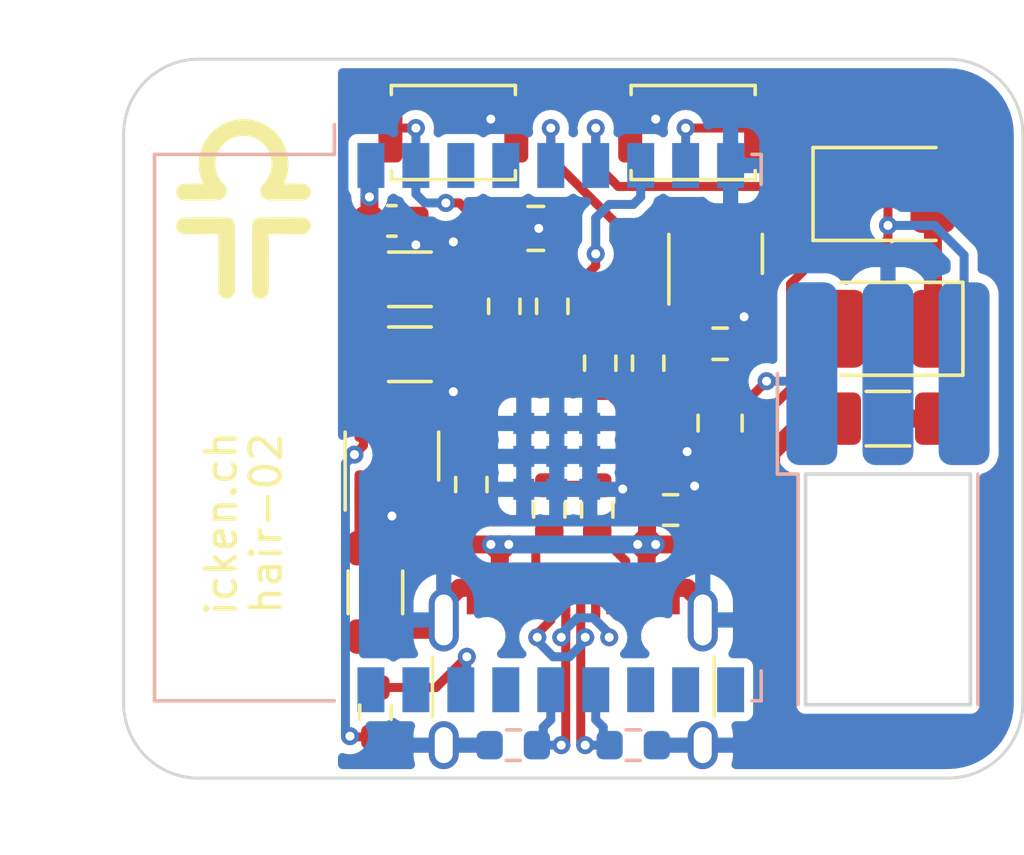
<source format=kicad_pcb>
(kicad_pcb (version 20211014) (generator pcbnew)
  (layers (0 "F.Cu" signal) (31 "B.Cu" signal) (34 "B.Paste" user) (35 "F.Paste" user) (36 "B.SilkS" user "B.Silkscreen") (37 "F.SilkS" user "F.Silkscreen") (38 "B.Mask" user) (39 "F.Mask" user) (44 "Edge.Cuts" user))
  (net 0 "")
  (net 1 "+3V3")
  (net 2 "GND")
  (net 3 "/~{RESET}")
  (net 4 "VBUS")
  (net 5 "Net-(C6-Pad1)")
  (net 6 "Net-(D1-Pad1)")
  (net 7 "Net-(D1-Pad2)")
  (net 8 "/D-")
  (net 9 "/D+")
  (net 10 "Net-(J1-PadA5)")
  (net 12 "Net-(J1-PadB5)")
  (net 14 "/IR_OUT")
  (net 15 "Net-(D2-Pad1)")
  (net 16 "Net-(R2-Pad2)")
  (net 17 "Net-(R3-Pad2)")
  (net 18 "Net-(R4-Pad2)")
  (net 19 "/IR_IN")
  (net 20 "/BOOT")
  (footprint "Capacitor_SMD:C_1206_3216Metric" (layer "F.Cu") (at 143.05 100.35)
    (fp_text reference "C1" hide)
    (fp_text value "10uF" hide)
    (pad "1" smd roundrect locked (at -1.475 0) (size 1.15 1.8) (layers "F.Cu" "F.Paste" "F.Mask") (roundrect_rratio 0.2173913043) (net 1 "+3V3"))
    (pad "2" smd roundrect locked (at 1.475 0) (size 1.15 1.8) (layers "F.Cu" "F.Paste" "F.Mask") (roundrect_rratio 0.2173913043) (net 2 "GND"))
  )
  (footprint "Resistor_SMD:R_0603_1608Metric" (layer "F.Cu") (at 153.4 102.5)
    (fp_text reference "R9" hide)
    (fp_text value "10k" hide)
    (pad "1" smd roundrect locked (at -0.825 0) (size 0.8 0.95) (layers "F.Cu" "F.Paste" "F.Mask") (net 14 "/IR_OUT"))
    (pad "2" smd roundrect locked (at 0.825 0) (size 0.8 0.95) (layers "F.Cu" "F.Paste" "F.Mask") (net 2 "GND"))
  )
  (footprint "Resistor_SMD:R_0603_1608Metric" (layer "F.Cu") (at 146.2 101.25 90)
    (fp_text reference "R1" hide)
    (fp_text value "10k" hide)
    (pad "1" smd roundrect locked (at -0.825 0 90) (size 0.8 0.95) (layers "F.Cu" "F.Paste" "F.Mask") (net 1 "+3V3"))
    (pad "2" smd roundrect locked (at 0.825 0 90) (size 0.8 0.95) (layers "F.Cu" "F.Paste" "F.Mask") (net 3 "/~{RESET}"))
  )
  (footprint "Capacitor_SMD:C_1206_3216Metric" (layer "F.Cu") (at 143.05 102.85)
    (fp_text reference "C5" hide)
    (fp_text value "10uF" hide)
    (pad "1" smd roundrect locked (at -1.475 0) (size 1.15 1.8) (layers "F.Cu" "F.Paste" "F.Mask") (roundrect_rratio 0.2173913043) (net 1 "+3V3"))
    (pad "2" smd roundrect locked (at 1.475 0) (size 1.15 1.8) (layers "F.Cu" "F.Paste" "F.Mask") (roundrect_rratio 0.2173913043) (net 2 "GND"))
  )
  (footprint "Resistor_SMD:R_0603_1608Metric" (layer "F.Cu") (at 149.4 103.15 -90)
    (fp_text reference "R8" hide)
    (fp_text value "5.1k" hide)
    (pad "1" smd roundrect locked (at -0.825 0 270) (size 0.8 0.95) (layers "F.Cu" "F.Paste" "F.Mask") (net 1 "+3V3"))
    (pad "2" smd roundrect locked (at 0.825 0 270) (size 0.8 0.95) (layers "F.Cu" "F.Paste" "F.Mask") (net 19 "/IR_IN"))
  )
  (footprint "Capacitor_SMD:C_0603_1608Metric" (layer "F.Cu") (at 142.45 98.4)
    (fp_text reference "C2" hide)
    (fp_text value "100nF" hide)
    (pad "1" smd roundrect locked (at -0.775 0) (size 0.9 0.95) (layers "F.Cu" "F.Paste" "F.Mask") (net 1 "+3V3"))
    (pad "2" smd roundrect locked (at 0.775 0) (size 0.9 0.95) (layers "F.Cu" "F.Paste" "F.Mask") (net 2 "GND"))
  )
  (footprint "Resistor_SMD:R_0603_1608Metric" (layer "F.Cu") (at 147.8 101.25 90)
    (fp_text reference "R3" hide)
    (fp_text value "10k" hide)
    (pad "1" smd roundrect locked (at -0.825 0 90) (size 0.8 0.95) (layers "F.Cu" "F.Paste" "F.Mask") (net 1 "+3V3"))
    (pad "2" smd roundrect locked (at 0.825 0 90) (size 0.8 0.95) (layers "F.Cu" "F.Paste" "F.Mask") (net 17 "Net-(R3-Pad2)"))
  )
  (footprint "Resistor_SMD:R_0603_1608Metric" (layer "F.Cu") (at 147.7 108.05 90)
    (fp_text reference "R6" hide)
    (fp_text value "5.1k" hide)
    (pad "1" smd roundrect locked (at -0.825 0 90) (size 0.8 0.95) (layers "F.Cu" "F.Paste" "F.Mask") (net 10 "Net-(J1-PadA5)"))
    (pad "2" smd roundrect locked (at 0.825 0 90) (size 0.8 0.95) (layers "F.Cu" "F.Paste" "F.Mask") (net 2 "GND"))
  )
  (footprint "Package_TO_SOT_SMD:SOT-23" (layer "F.Cu") (at 153.25 99.5 90)
    (fp_text reference "Q1" hide)
    (fp_text value "2N7002" hide)
    (pad "1" smd roundrect locked (at -0.9375 -0.95 90) (size 1.475 0.6) (layers "F.Cu" "F.Paste" "F.Mask") (net 14 "/IR_OUT"))
    (pad "2" smd roundrect locked (at -0.9375 0.95 90) (size 1.475 0.6) (layers "F.Cu" "F.Paste" "F.Mask") (net 2 "GND"))
    (pad "3" smd roundrect locked (at 0.9375 0 90) (size 1.475 0.6) (layers "F.Cu" "F.Paste" "F.Mask") (net 15 "Net-(D2-Pad1)"))
  )
  (footprint "Button_Switch_SMD:SW_Push_SPST_NO_Alps_SKRK" (layer "F.Cu") (at 152.5 95.45)
    (fp_text reference "RST_SW2" hide)
    (fp_text value "SKRK" hide)
    (pad "1" smd roundrect locked (at -2.1 0) (size 0.8 2) (layers "F.Cu" "F.Paste" "F.Mask") (net 2 "GND"))
    (pad "2" smd roundrect locked (at 2.1 0) (size 0.8 2) (layers "F.Cu" "F.Paste" "F.Mask") (net 20 "/BOOT"))
  )
  (footprint "Package_TO_SOT_SMD:SOT-23-5" (layer "F.Cu") (at 142.45 106.25 90)
    (fp_text reference "U2" hide)
    (fp_text value "AP2112K-3.3" hide)
    (pad "1" smd roundrect locked (at -1.1375 -0.95 90) (size 1.325 0.6) (layers "F.Cu" "F.Paste" "F.Mask") (net 4 "VBUS"))
    (pad "2" smd roundrect locked (at -1.1375 0 90) (size 1.325 0.6) (layers "F.Cu" "F.Paste" "F.Mask") (net 2 "GND"))
    (pad "3" smd roundrect locked (at -1.1375 0.95 90) (size 1.325 0.6) (layers "F.Cu" "F.Paste" "F.Mask") (net 18 "Net-(R4-Pad2)"))
    (pad "4" smd roundrect locked (at 1.1375 0.95 90) (size 1.325 0.6) (layers "F.Cu" "F.Paste" "F.Mask"))
    (pad "5" smd roundrect locked (at 1.1375 -0.95 90) (size 1.325 0.6) (layers "F.Cu" "F.Paste" "F.Mask") (net 1 "+3V3"))
  )
  (footprint "hair-02:LED_Everlight_IR67-21C" (layer "F.Cu") (at 159 97.5)
    (fp_text reference "D2" hide)
    (fp_text value "IR67-21C" hide)
    (pad "1" smd roundrect locked (at -1.5 0) (size 1.5 2.6) (layers "F.Cu" "F.Paste" "F.Mask") (net 15 "Net-(D2-Pad1)"))
    (pad "2" smd roundrect locked (at 1.5 0) (size 1.5 2.6) (layers "F.Cu" "F.Paste" "F.Mask") (net 6 "Net-(D1-Pad1)"))
  )
  (footprint "Capacitor_SMD:C_1206_3216Metric" (layer "F.Cu") (at 141.9 110.8 -90)
    (fp_text reference "C4" hide)
    (fp_text value "10uF" hide)
    (pad "1" smd roundrect locked (at -1.475 0 270) (size 1.15 1.8) (layers "F.Cu" "F.Paste" "F.Mask") (roundrect_rratio 0.2173913043) (net 4 "VBUS"))
    (pad "2" smd roundrect locked (at 1.475 0 270) (size 1.15 1.8) (layers "F.Cu" "F.Paste" "F.Mask") (roundrect_rratio 0.2173913043) (net 2 "GND"))
  )
  (footprint "Resistor_SMD:R_1206_3216Metric" (layer "F.Cu") (at 159 105)
    (fp_text reference "R10" hide)
    (fp_text value "33R" hide)
    (pad "1" smd roundrect locked (at -1.4625 0) (size 1.125 1.75) (layers "F.Cu" "F.Paste" "F.Mask") (roundrect_rratio 0.2222222222) (net 4 "VBUS"))
    (pad "2" smd roundrect locked (at 1.4625 0) (size 1.125 1.75) (layers "F.Cu" "F.Paste" "F.Mask") (roundrect_rratio 0.2222222222) (net 7 "Net-(D1-Pad2)"))
  )
  (footprint "hair-02:LED_Everlight_IR67-21C" (layer "F.Cu") (at 159 102 180)
    (fp_text reference "D1" hide)
    (fp_text value "IR67-21C" hide)
    (pad "1" smd roundrect locked (at -1.5 0 180) (size 1.5 2.6) (layers "F.Cu" "F.Paste" "F.Mask") (net 6 "Net-(D1-Pad1)"))
    (pad "2" smd roundrect locked (at 1.5 0 180) (size 1.5 2.6) (layers "F.Cu" "F.Paste" "F.Mask") (net 7 "Net-(D1-Pad2)"))
  )
  (footprint "Capacitor_SMD:C_0805_2012Metric" (layer "F.Cu") (at 147.25 98.65)
    (fp_text reference "C3" hide)
    (fp_text value "1uF" hide)
    (pad "1" smd roundrect locked (at -0.95 0) (size 1 1.45) (layers "F.Cu" "F.Paste" "F.Mask") (net 3 "/~{RESET}"))
    (pad "2" smd roundrect locked (at 0.95 0) (size 1 1.45) (layers "F.Cu" "F.Paste" "F.Mask") (net 2 "GND"))
  )
  (footprint "Resistor_SMD:R_0603_1608Metric" (layer "F.Cu") (at 151 103.15 90)
    (fp_text reference "R7" hide)
    (fp_text value "100R" hide)
    (pad "1" smd roundrect locked (at -0.825 0 90) (size 0.8 0.95) (layers "F.Cu" "F.Paste" "F.Mask") (net 5 "Net-(C6-Pad1)"))
    (pad "2" smd roundrect locked (at 0.825 0 90) (size 0.8 0.95) (layers "F.Cu" "F.Paste" "F.Mask") (net 1 "+3V3"))
  )
  (footprint "Diode_SMD:D_0603_1608Metric" (layer "F.Cu") (at 151.75 108.05)
    (fp_text reference "D3" hide)
    (fp_text value "0603ESDA-05N" hide)
    (pad "1" smd roundrect locked (at -0.7875 0) (size 0.875 0.95) (layers "F.Cu" "F.Paste" "F.Mask") (net 4 "VBUS"))
    (pad "2" smd roundrect locked (at 0.7875 0) (size 0.875 0.95) (layers "F.Cu" "F.Paste" "F.Mask") (net 2 "GND"))
  )
  (footprint "Resistor_SMD:R_0603_1608Metric" (layer "F.Cu") (at 149.3 108.05 90)
    (fp_text reference "R5" hide)
    (fp_text value "5.1k" hide)
    (pad "1" smd roundrect locked (at -0.825 0 90) (size 0.8 0.95) (layers "F.Cu" "F.Paste" "F.Mask") (net 12 "Net-(J1-PadB5)"))
    (pad "2" smd roundrect locked (at 0.825 0 90) (size 0.8 0.95) (layers "F.Cu" "F.Paste" "F.Mask") (net 2 "GND"))
  )
  (footprint "Connector_USB:USB_C_Receptacle_HRO_TYPE-C-31-M-12" (layer "F.Cu") (at 148.5 114.85)
    (fp_text reference "J1" hide)
    (fp_text value "TYPE-C-31-M-12" hide)
    (pad "" np_thru_hole circle locked (at -2.89 -2.6) (size 0.65 0.65) (drill 0.65) (layers *.Cu *.Mask))
    (pad "" np_thru_hole circle locked (at 2.89 -2.6) (size 0.65 0.65) (drill 0.65) (layers *.Cu *.Mask))
    (pad "A1" smd rect locked (at -3.25 -4.045) (size 0.6 1.45) (layers "F.Cu" "F.Paste" "F.Mask") (net 2 "GND"))
    (pad "A4" smd rect locked (at -2.45 -4.045) (size 0.6 1.45) (layers "F.Cu" "F.Paste" "F.Mask") (net 4 "VBUS"))
    (pad "A5" smd rect locked (at -1.25 -4.045) (size 0.3 1.45) (layers "F.Cu" "F.Paste" "F.Mask") (net 10 "Net-(J1-PadA5)"))
    (pad "A6" smd rect locked (at -0.25 -4.045) (size 0.3 1.45) (layers "F.Cu" "F.Paste" "F.Mask") (net 9 "/D+"))
    (pad "A7" smd rect locked (at 0.25 -4.045) (size 0.3 1.45) (layers "F.Cu" "F.Paste" "F.Mask") (net 8 "/D-"))
    (pad "A8" smd rect locked (at 1.25 -4.045) (size 0.3 1.45) (layers "F.Cu" "F.Paste" "F.Mask"))
    (pad "A9" smd rect locked (at 2.45 -4.045) (size 0.6 1.45) (layers "F.Cu" "F.Paste" "F.Mask") (net 4 "VBUS"))
    (pad "A12" smd rect locked (at 3.25 -4.045) (size 0.6 1.45) (layers "F.Cu" "F.Paste" "F.Mask") (net 2 "GND"))
    (pad "B1" smd rect locked (at 3.25 -4.045) (size 0.6 1.45) (layers "F.Cu" "F.Paste" "F.Mask") (net 2 "GND"))
    (pad "B4" smd rect locked (at 2.45 -4.045) (size 0.6 1.45) (layers "F.Cu" "F.Paste" "F.Mask") (net 4 "VBUS"))
    (pad "B5" smd rect locked (at 1.75 -4.045) (size 0.3 1.45) (layers "F.Cu" "F.Paste" "F.Mask") (net 12 "Net-(J1-PadB5)"))
    (pad "B6" smd rect locked (at 0.75 -4.045) (size 0.3 1.45) (layers "F.Cu" "F.Paste" "F.Mask") (net 9 "/D+"))
    (pad "B7" smd rect locked (at -0.75 -4.045) (size 0.3 1.45) (layers "F.Cu" "F.Paste" "F.Mask") (net 8 "/D-"))
    (pad "B8" smd rect locked (at -1.75 -4.045) (size 0.3 1.45) (layers "F.Cu" "F.Paste" "F.Mask"))
    (pad "B9" smd rect locked (at -2.45 -4.045) (size 0.6 1.45) (layers "F.Cu" "F.Paste" "F.Mask") (net 4 "VBUS"))
    (pad "B12" smd rect locked (at -3.25 -4.045) (size 0.6 1.45) (layers "F.Cu" "F.Paste" "F.Mask") (net 2 "GND"))
    (pad "S1" thru_hole oval locked (at -4.32 -3.13) (size 1 2.1) (drill oval 0.6 1.7) (layers *.Cu *.Mask) (net 2 "GND"))
    (pad "S1" thru_hole oval locked (at -4.32 1.05) (size 1 1.6) (drill oval 0.6 1.2) (layers *.Cu *.Mask) (net 2 "GND"))
    (pad "S1" thru_hole oval locked (at 4.32 -3.13) (size 1 2.1) (drill oval 0.6 1.7) (layers *.Cu *.Mask) (net 2 "GND"))
    (pad "S1" thru_hole oval locked (at 4.32 1.05) (size 1 1.6) (drill oval 0.6 1.2) (layers *.Cu *.Mask) (net 2 "GND"))
  )
  (footprint "hair:Logo_6mm" (layer "F.Cu") (at 137.5 98)
    (fp_text reference "G***" hide)
    (fp_text value "LOGO" hide)
  )
  (footprint "Capacitor_SMD:C_0805_2012Metric" (layer "F.Cu") (at 153.4 105.15 -90)
    (fp_text reference "C6" hide)
    (fp_text value "1uF" hide)
    (pad "1" smd roundrect locked (at -0.95 0 270) (size 1 1.45) (layers "F.Cu" "F.Paste" "F.Mask") (net 5 "Net-(C6-Pad1)"))
    (pad "2" smd roundrect locked (at 0.95 0 270) (size 1 1.45) (layers "F.Cu" "F.Paste" "F.Mask") (net 2 "GND"))
  )
  (footprint "Resistor_SMD:R_0603_1608Metric" (layer "F.Cu") (at 141.9 114.8 90)
    (fp_text reference "R2" hide)
    (fp_text value "10k" hide)
    (pad "1" smd roundrect locked (at -0.825 0 90) (size 0.8 0.95) (layers "F.Cu" "F.Paste" "F.Mask") (net 1 "+3V3"))
    (pad "2" smd roundrect locked (at 0.825 0 90) (size 0.8 0.95) (layers "F.Cu" "F.Paste" "F.Mask") (net 16 "Net-(R2-Pad2)"))
  )
  (footprint "Button_Switch_SMD:SW_Push_SPST_NO_Alps_SKRK" (layer "F.Cu") (at 144.5 95.45 180)
    (fp_text reference "RST_SW1" hide)
    (fp_text value "SKRK" hide)
    (pad "1" smd roundrect locked (at -2.1 0 180) (size 0.8 2) (layers "F.Cu" "F.Paste" "F.Mask") (net 2 "GND"))
    (pad "2" smd roundrect locked (at 2.1 0 180) (size 0.8 2) (layers "F.Cu" "F.Paste" "F.Mask") (net 3 "/~{RESET}"))
  )
  (footprint "Resistor_SMD:R_0603_1608Metric" (layer "F.Cu") (at 145.1 107.2 90)
    (fp_text reference "R4" hide)
    (fp_text value "10k" hide)
    (pad "1" smd roundrect locked (at -0.825 0 90) (size 0.8 0.95) (layers "F.Cu" "F.Paste" "F.Mask") (net 4 "VBUS"))
    (pad "2" smd roundrect locked (at 0.825 0 90) (size 0.8 0.95) (layers "F.Cu" "F.Paste" "F.Mask") (net 18 "Net-(R4-Pad2)"))
  )
  (footprint "Diode_SMD:D_0603_1608Metric" (layer "B.Cu") (at 150.5 115.9)
    (fp_text reference "D4" hide)
    (fp_text value "0603ESDA-05N" hide)
    (pad "1" smd roundrect locked (at -0.7875 0) (size 0.875 0.95) (layers "B.Cu" "B.Paste" "B.Mask") (net 8 "/D-"))
    (pad "2" smd roundrect locked (at 0.7875 0) (size 0.875 0.95) (layers "B.Cu" "B.Paste" "B.Mask") (net 2 "GND"))
  )
  (footprint "hair-02:ESP32-C3-WROOM-02" (layer "B.Cu") (at 147.65 105.3 -90)
    (fp_text reference "U1" hide)
    (fp_text value "ESP32-C3-WROOM-02" hide)
    (pad "1" smd rect locked (at -8.75 5.9 270) (size 1.5 0.9) (layers "B.Cu" "B.Paste" "B.Mask") (net 1 "+3V3"))
    (pad "2" smd rect locked (at -8.75 4.4 270) (size 1.5 0.9) (layers "B.Cu" "B.Paste" "B.Mask") (net 3 "/~{RESET}"))
    (pad "3" smd rect locked (at -8.75 2.9 270) (size 1.5 0.9) (layers "B.Cu" "B.Paste" "B.Mask"))
    (pad "4" smd rect locked (at -8.75 1.4 270) (size 1.5 0.9) (layers "B.Cu" "B.Paste" "B.Mask"))
    (pad "5" smd rect locked (at -8.75 -0.1 270) (size 1.5 0.9) (layers "B.Cu" "B.Paste" "B.Mask") (net 14 "/IR_OUT"))
    (pad "6" smd rect locked (at -8.75 -1.6 270) (size 1.5 0.9) (layers "B.Cu" "B.Paste" "B.Mask") (net 19 "/IR_IN"))
    (pad "7" smd rect locked (at -8.75 -3.1 270) (size 1.5 0.9) (layers "B.Cu" "B.Paste" "B.Mask") (net 17 "Net-(R3-Pad2)"))
    (pad "8" smd rect locked (at -8.75 -4.6 270) (size 1.5 0.9) (layers "B.Cu" "B.Paste" "B.Mask") (net 20 "/BOOT"))
    (pad "9" smd rect locked (at -8.75 -6.1 270) (size 1.5 0.9) (layers "B.Cu" "B.Paste" "B.Mask") (net 2 "GND"))
    (pad "10" smd rect locked (at 8.75 -6.1 270) (size 1.5 0.9) (layers "B.Cu" "B.Paste" "B.Mask"))
    (pad "11" smd rect locked (at 8.75 -4.6 270) (size 1.5 0.9) (layers "B.Cu" "B.Paste" "B.Mask"))
    (pad "12" smd rect locked (at 8.75 -3.1 270) (size 1.5 0.9) (layers "B.Cu" "B.Paste" "B.Mask"))
    (pad "13" smd rect locked (at 8.75 -1.6 270) (size 1.5 0.9) (layers "B.Cu" "B.Paste" "B.Mask") (net 8 "/D-"))
    (pad "14" smd rect locked (at 8.75 -0.1 270) (size 1.5 0.9) (layers "B.Cu" "B.Paste" "B.Mask") (net 9 "/D+"))
    (pad "15" smd rect locked (at 8.75 1.4 270) (size 1.5 0.9) (layers "B.Cu" "B.Paste" "B.Mask"))
    (pad "16" smd rect locked (at 8.75 2.9 270) (size 1.5 0.9) (layers "B.Cu" "B.Paste" "B.Mask") (net 16 "Net-(R2-Pad2)"))
    (pad "17" smd rect locked (at 8.75 4.4 270) (size 1.5 0.9) (layers "B.Cu" "B.Paste" "B.Mask"))
    (pad "18" smd rect locked (at 8.75 5.9 270) (size 1.5 0.9) (layers "B.Cu" "B.Paste" "B.Mask"))
    (pad "19" smd rect locked (at -0.14 -0.3 270) (size 0.7 0.7) (layers "B.Cu" "B.Paste" "B.Mask") (net 2 "GND"))
    (pad "19" smd rect locked (at 2.06 0.8 270) (size 0.7 0.7) (layers "B.Cu" "B.Paste" "B.Mask") (net 2 "GND"))
    (pad "19" smd rect locked (at 2.06 -1.4 270) (size 0.7 0.7) (layers "B.Cu" "B.Paste" "B.Mask") (net 2 "GND"))
    (pad "19" smd rect locked (at -0.14 0.8 270) (size 0.7 0.7) (layers "B.Cu" "B.Paste" "B.Mask") (net 2 "GND"))
    (pad "19" smd rect locked (at 0.96 -1.4 270) (size 0.7 0.7) (layers "B.Cu" "B.Paste" "B.Mask") (net 2 "GND"))
    (pad "19" smd rect locked (at 0.96 0.8 270) (size 0.7 0.7) (layers "B.Cu" "B.Paste" "B.Mask") (net 2 "GND"))
    (pad "19" smd rect locked (at 0.96 -0.3 270) (size 0.7 0.7) (layers "B.Cu" "B.Paste" "B.Mask") (net 2 "GND"))
    (pad "19" smd rect locked (at -0.14 -1.4 270) (size 0.7 0.7) (layers "B.Cu" "B.Paste" "B.Mask") (net 2 "GND"))
    (pad "19" smd rect locked (at 2.06 -0.3 270) (size 0.7 0.7) (layers "B.Cu" "B.Paste" "B.Mask") (net 2 "GND"))
    (zone (net 0) (net_name "") (layers *.Cu *.Paste "B.Fab") (name "Antenna") (connect_pads (clearance 0)) (min_thickness 0.254)
      (keepout (tracks not_allowed) (vias not_allowed) (pads not_allowed) (copperpour not_allowed) (footprints allowed))
      (fill (thermal_gap 0.508) (thermal_bridge_width 0.508))
      (polygon (pts (xy 140.65 119.3) (xy 140.65 91.3) (xy 129.65 91.3) (xy 129.65 119.3)))
    )
  )
  (footprint "Diode_SMD:D_0603_1608Metric" (layer "B.Cu") (at 146.5 115.9 180)
    (fp_text reference "D5" hide)
    (fp_text value "0603ESDA-05N" hide)
    (pad "1" smd roundrect locked (at -0.7875 0 180) (size 0.875 0.95) (layers "B.Cu" "B.Paste" "B.Mask") (net 9 "/D+"))
    (pad "2" smd roundrect locked (at 0.7875 0 180) (size 0.875 0.95) (layers "B.Cu" "B.Paste" "B.Mask") (net 2 "GND"))
  )
  (footprint "hair-02:Vishay_MINICAST-3Pin-SMD_ReverseMount" (layer "B.Cu") (at 159 110.825)
    (fp_text reference "U3" hide)
    (fp_text value "TSMP58000" hide)
    (fp_line (start -2.75 3.725) (end 2.75 3.725) (layer "Edge.Cuts") (width 0.12))
    (fp_line (start -2.75 -3.975) (end -2.75 3.725) (layer "Edge.Cuts") (width 0.12))
    (fp_line (start 2.75 3.725) (end 2.75 -3.975) (layer "Edge.Cuts") (width 0.12))
    (fp_line (start -2.75 -3.975) (end 2.75 -3.975) (layer "Edge.Cuts") (width 0.12))
    (pad "1" smd roundrect locked (at 2.54 -7.325) (size 1.7 6.1) (layers "B.Cu" "B.Mask") (net 19 "/IR_IN"))
    (pad "2" smd roundrect locked (at 0 -7.325) (size 1.7 6.1) (layers "B.Cu" "B.Mask") (net 2 "GND"))
    (pad "3" smd roundrect locked (at -2.54 -7.325) (size 1.7 6.1) (layers "B.Cu" "B.Mask") (net 5 "Net-(C6-Pad1)"))
  )
  (gr_line locked (start 163.5 95.5) (end 163.5 114.5) (layer "Edge.Cuts") (width 0.1))
  (gr_arc locked (start 163.5 114.5) (mid 162.767767 116.267767) (end 161 117) (layer "Edge.Cuts") (width 0.1))
  (gr_arc locked (start 136 117) (mid 134.232233 116.267767) (end 133.5 114.5) (layer "Edge.Cuts") (width 0.1))
  (gr_arc locked (start 161 93) (mid 162.767767 93.732233) (end 163.5 95.5) (layer "Edge.Cuts") (width 0.1))
  (gr_line locked (start 161 117) (end 136 117) (layer "Edge.Cuts") (width 0.1))
  (gr_arc locked (start 133.5 95.5) (mid 134.232233 93.732233) (end 136 93) (layer "Edge.Cuts") (width 0.1))
  (gr_line locked (start 136 93) (end 161 93) (layer "Edge.Cuts") (width 0.1))
  (gr_line locked (start 133.5 114.5) (end 133.5 95.5) (layer "Edge.Cuts") (width 0.1))
  (gr_text "hair-02" (at 138.25 108.5 90) (layer "F.SilkS") (effects (font (size 1 1))))
  (gr_text "icken.ch" (at 136.75 108.5 90) (layer "F.SilkS") (effects (font (size 1 1))))
  (segment locked (start 148.475 102.075) (end 148.725 102.325) (width 0.3) (layer "F.Cu") (net 1))
  (segment locked (start 141.075 115.625) (end 141.05 115.6) (width 0.3) (layer "F.Cu") (net 1))
  (segment locked (start 142.5 102.85) (end 141.575 102.85) (width 0.3) (layer "F.Cu") (net 1))
  (segment locked (start 141.5 102.925) (end 141.575 102.85) (width 0.6) (layer "F.Cu") (net 1))
  (segment locked (start 141.9 115.625) (end 141.075 115.625) (width 0.3) (layer "F.Cu") (net 1))
  (segment locked (start 141.7 97.6) (end 141.7 98.375) (width 0.6) (layer "F.Cu") (net 1))
  (segment locked (start 145.65 101.6) (end 143.75 101.6) (width 0.3) (layer "F.Cu") (net 1))
  (segment locked (start 146.2 102.075) (end 147.8 102.075) (width 0.3) (layer "F.Cu") (net 1))
  (segment locked (start 148.725 102.325) (end 149.4 102.325) (width 0.3) (layer "F.Cu") (net 1))
  (segment locked (start 141.7 98.375) (end 141.675 98.4) (width 0.6) (layer "F.Cu") (net 1))
  (segment locked (start 146.2 102.075) (end 146.125 102.075) (width 0.3) (layer "F.Cu") (net 1))
  (segment locked (start 146.125 102.075) (end 145.65 101.6) (width 0.3) (layer "F.Cu") (net 1))
  (segment locked (start 147.8 102.075) (end 148.475 102.075) (width 0.3) (layer "F.Cu") (net 1))
  (segment locked (start 149.4 102.325) (end 151 102.325) (width 0.3) (layer "F.Cu") (net 1))
  (segment locked (start 141.5 105.1125) (end 141.5 102.925) (width 0.6) (layer "F.Cu") (net 1))
  (segment locked (start 143.75 101.6) (end 142.5 102.85) (width 0.3) (layer "F.Cu") (net 1))
  (segment locked (start 141.575 100.35) (end 141.575 102.85) (width 0.6) (layer "F.Cu") (net 1))
  (segment locked (start 141.5 105.9) (end 141.5 105.1125) (width 0.3) (layer "F.Cu") (net 1))
  (segment locked (start 141.675 100.25) (end 141.575 100.35) (width 0.6) (layer "F.Cu") (net 1))
  (segment locked (start 141.2 106.2) (end 141.5 105.9) (width 0.3) (layer "F.Cu") (net 1))
  (segment locked (start 141.675 98.4) (end 141.675 100.25) (width 0.6) (layer "F.Cu") (net 1))
  (via locked (at 141.7 97.6) (size 0.6) (drill 0.3) (layers "F.Cu" "B.Cu") (net 1))
  (via locked (at 141.05 115.6) (size 0.6) (drill 0.3) (layers "F.Cu" "B.Cu") (net 1))
  (via locked (at 141.2 106.2) (size 0.6) (drill 0.3) (layers "F.Cu" "B.Cu") (net 1))
  (segment locked (start 141.7 97.6) (end 141.7 96.6) (width 0.6) (layer "B.Cu") (net 1))
  (segment locked (start 140.9 106.5) (end 141.2 106.2) (width 0.3) (layer "B.Cu") (net 1))
  (segment locked (start 140.9 115.6) (end 140.9 106.5) (width 0.3) (layer "B.Cu") (net 1))
  (segment locked (start 141.05 115.6) (end 140.9 115.6) (width 0.3) (layer "B.Cu") (net 1))
  (segment locked (start 141.7 96.6) (end 141.75 96.55) (width 0.6) (layer "B.Cu") (net 1))
  (segment locked (start 147.35 98.65) (end 148.2 98.65) (width 0.3) (layer "F.Cu") (net 2))
  (segment locked (start 144.7 110.65) (end 145.095 110.65) (width 0.6) (layer "F.Cu") (net 2))
  (segment locked (start 152.55 107.25) (end 152.55 108.0375) (width 0.6) (layer "F.Cu") (net 2))
  (segment locked (start 152.55 108.0375) (end 152.5375 108.05) (width 0.6) (layer "F.Cu") (net 2))
  (segment locked (start 154.2 100.4375) (end 154.2 101.6) (width 0.6) (layer "F.Cu") (net 2))
  (segment locked (start 152.82 111.17) (end 152.3 110.65) (width 0.6) (layer "F.Cu") (net 2))
  (segment locked (start 141.9 112.275) (end 142.225 112.275) (width 0.6) (layer "F.Cu") (net 2))
  (segment locked (start 152.3 110.65) (end 151.905 110.65) (width 0.6) (layer "F.Cu") (net 2))
  (segment locked (start 145.095 110.65) (end 145.25 110.805) (width 0.6) (layer "F.Cu") (net 2))
  (segment locked (start 144.18 111.17) (end 144.7 110.65) (width 0.6) (layer "F.Cu") (net 2))
  (segment locked (start 150.65 95) (end 151.25 95) (width 0.3) (layer "F.Cu") (net 2))
  (segment locked (start 147.7 107.225) (end 149.3 107.225) (width 0.3) (layer "F.Cu") (net 2))
  (segment locked (start 151.905 110.65) (end 151.75 110.805) (width 0.6) (layer "F.Cu") (net 2))
  (segment locked (start 144.5 102.875) (end 144.525 102.85) (width 0.6) (layer "F.Cu") (net 2))
  (segment locked (start 143.25 99.2) (end 143.25 98.425) (width 0.6) (layer "F.Cu") (net 2))
  (segment locked (start 143.85 112.05) (end 144.18 111.72) (width 0.6) (layer "F.Cu") (net 2))
  (segment locked (start 150.4 95.45) (end 150.4 95.25) (width 0.3) (layer "F.Cu") (net 2))
  (segment locked (start 142.45 112.05) (end 143.85 112.05) (width 0.6) (layer "F.Cu") (net 2))
  (segment locked (start 150.15 107.35) (end 149.425 107.35) (width 0.3) (layer "F.Cu") (net 2))
  (segment locked (start 142.225 112.275) (end 142.45 112.05) (width 0.6) (layer "F.Cu") (net 2))
  (segment locked (start 149.425 107.35) (end 149.3 107.225) (width 0.3) (layer "F.Cu") (net 2))
  (segment locked (start 152.3 106.1) (end 153.4 106.1) (width 0.3) (layer "F.Cu") (net 2))
  (segment locked (start 154.225 101.625) (end 154.2 101.6) (width 0.3) (layer "F.Cu") (net 2))
  (segment locked (start 144.5 104.1) (end 144.5 102.875) (width 0.6) (layer "F.Cu") (net 2))
  (segment locked (start 144.5 100.325) (end 144.525 100.35) (width 0.6) (layer "F.Cu") (net 2))
  (segment locked (start 150.4 95.25) (end 150.65 95) (width 0.3) (layer "F.Cu") (net 2))
  (segment locked (start 144.18 111.72) (end 144.18 111.17) (width 0.6) (layer "F.Cu") (net 2))
  (segment locked (start 152.82 111.72) (end 152.82 111.17) (width 0.6) (layer "F.Cu") (net 2))
  (segment locked (start 154.225 102.5) (end 154.225 101.625) (width 0.3) (layer "F.Cu") (net 2))
  (segment locked (start 143.25 98.425) (end 143.225 98.4) (width 0.6) (layer "F.Cu") (net 2))
  (segment locked (start 146.6 95.25) (end 146.35 95) (width 0.3) (layer "F.Cu") (net 2))
  (segment locked (start 146.6 95.45) (end 146.6 95.25) (width 0.3) (layer "F.Cu") (net 2))
  (segment locked (start 146.35 95) (end 145.75 95) (width 0.3) (layer "F.Cu") (net 2))
  (segment locked (start 142.45 108.25) (end 142.45 107.3875) (width 0.6) (layer "F.Cu") (net 2))
  (segment locked (start 144.5 99.1) (end 144.5 100.325) (width 0.6) (layer "F.Cu") (net 2))
  (via locked (at 151.25 95) (size 0.6) (drill 0.3) (layers "F.Cu" "B.Cu") (net 2))
  (via locked (at 154.2 101.6) (size 0.6) (drill 0.3) (layers "F.Cu" "B.Cu") (net 2))
  (via locked (at 144.5 99.1) (size 0.6) (drill 0.3) (layers "F.Cu" "B.Cu") (net 2))
  (via locked (at 147.35 98.65) (size 0.6) (drill 0.3) (layers "F.Cu" "B.Cu") (net 2))
  (via locked (at 152.55 107.25) (size 0.6) (drill 0.3) (layers "F.Cu" "B.Cu") (net 2))
  (via locked (at 143.25 99.2) (size 0.6) (drill 0.3) (layers "F.Cu" "B.Cu") (net 2))
  (via locked (at 152.3 106.1) (size 0.6) (drill 0.3) (layers "F.Cu" "B.Cu") (net 2))
  (via locked (at 145.75 95) (size 0.6) (drill 0.3) (layers "F.Cu" "B.Cu") (net 2))
  (via locked (at 144.5 104.1) (size 0.6) (drill 0.3) (layers "F.Cu" "B.Cu") (net 2))
  (via locked (at 150.15 107.35) (size 0.6) (drill 0.3) (layers "F.Cu" "B.Cu") (net 2))
  (via locked (at 142.45 108.25) (size 0.6) (drill 0.3) (layers "F.Cu" "B.Cu") (net 2))
  (segment locked (start 142.4 95.45) (end 142.55 95.3) (width 0.3) (layer "F.Cu") (net 3))
  (segment locked (start 145.55 98.65) (end 146.3 98.65) (width 0.3) (layer "F.Cu") (net 3))
  (segment locked (start 144.25 97.8) (end 144.7 97.8) (width 0.3) (layer "F.Cu") (net 3))
  (segment locked (start 142.55 95.3) (end 143.25 95.3) (width 0.3) (layer "F.Cu") (net 3))
  (segment locked (start 146.3 100.325) (end 146.2 100.425) (width 0.3) (layer "F.Cu") (net 3))
  (segment locked (start 146.3 98.65) (end 146.3 100.325) (width 0.3) (layer "F.Cu") (net 3))
  (segment locked (start 144.7 97.8) (end 145.55 98.65) (width 0.3) (layer "F.Cu") (net 3))
  (via locked (at 144.25 97.8) (size 0.6) (drill 0.3) (layers "F.Cu" "B.Cu") (net 3))
  (via locked (at 143.25 95.3) (size 0.6) (drill 0.3) (layers "F.Cu" "B.Cu") (net 3))
  (segment locked (start 143.25 96.55) (end 143.25 97.5) (width 0.3) (layer "B.Cu") (net 3))
  (segment locked (start 143.25 97.5) (end 143.55 97.8) (width 0.3) (layer "B.Cu") (net 3))
  (segment locked (start 143.55 97.8) (end 144.25 97.8) (width 0.3) (layer "B.Cu") (net 3))
  (segment locked (start 143.25 95.3) (end 143.25 96.55) (width 0.3) (layer "B.Cu") (net 3))
  (segment locked (start 151.25 109.2) (end 153.475708 109.2) (width 0.6) (layer "F.Cu") (net 4))
  (segment locked (start 146.05 109.5) (end 146.05 110.805) (width 0.6) (layer "F.Cu") (net 4))
  (segment locked (start 150.9625 108.9125) (end 151.25 109.2) (width 0.6) (layer "F.Cu") (net 4))
  (segment locked (start 150.65 109.2) (end 150.95 109.5) (width 0.6) (layer "F.Cu") (net 4))
  (segment locked (start 142.025 109.2) (end 141.9 109.325) (width 0.6) (layer "F.Cu") (net 4))
  (segment locked (start 151.25 109.2) (end 150.95 109.5) (width 0.6) (layer "F.Cu") (net 4))
  (segment locked (start 141.5 108.925) (end 141.9 109.325) (width 0.6) (layer "F.Cu") (net 4))
  (segment locked (start 145.75 109.2) (end 146.05 109.5) (width 0.6) (layer "F.Cu") (net 4))
  (segment locked (start 156.25 105) (end 157.5375 105) (width 0.6) (layer "F.Cu") (net 4))
  (segment locked (start 150.95 109.5) (end 150.95 110.805) (width 0.6) (layer "F.Cu") (net 4))
  (segment locked (start 155.1 107.575708) (end 155.1 106.15) (width 0.6) (layer "F.Cu") (net 4))
  (segment locked (start 150.9625 108.8875) (end 150.65 109.2) (width 0.6) (layer "F.Cu") (net 4))
  (segment locked (start 153.475708 109.2) (end 155.1 107.575708) (width 0.6) (layer "F.Cu") (net 4))
  (segment locked (start 146.35 109.2) (end 146.05 109.5) (width 0.6) (layer "F.Cu") (net 4))
  (segment locked (start 141.5 107.3875) (end 141.5 108.925) (width 0.6) (layer "F.Cu") (net 4))
  (segment locked (start 145.75 109.2) (end 146.35 109.2) (width 0.6) (layer "F.Cu") (net 4))
  (segment locked (start 145.1 108.025) (end 145.1 109.2) (width 0.3) (layer "F.Cu") (net 4))
  (segment locked (start 150.9625 108.05) (end 150.9625 108.9125) (width 0.6) (layer "F.Cu") (net 4))
  (segment locked (start 155.1 106.15) (end 156.25 105) (width 0.6) (layer "F.Cu") (net 4))
  (segment locked (start 145.75 109.2) (end 142.025 109.2) (width 0.6) (layer "F.Cu") (net 4))
  (segment locked (start 150.9625 108.05) (end 150.9625 108.8875) (width 0.6) (layer "F.Cu") (net 4))
  (segment locked (start 150.65 109.2) (end 151.25 109.2) (width 0.6) (layer "F.Cu") (net 4))
  (via locked (at 151.25 109.2) (size 0.6) (drill 0.3) (layers "F.Cu" "B.Cu") (net 4))
  (via locked (at 145.75 109.2) (size 0.6) (drill 0.3) (layers "F.Cu" "B.Cu") (net 4))
  (via locked (at 150.65 109.2) (size 0.6) (drill 0.3) (layers "F.Cu" "B.Cu") (net 4))
  (via locked (at 146.35 109.2) (size 0.6) (drill 0.3) (layers "F.Cu" "B.Cu") (net 4))
  (segment locked (start 145.75 109.2) (end 151.25 109.2) (width 0.6) (layer "B.Cu") (net 4))
  (segment locked (start 151.975 103.975) (end 151 103.975) (width 0.3) (layer "F.Cu") (net 5))
  (segment locked (start 153.4 104.2) (end 152.2 104.2) (width 0.3) (layer "F.Cu") (net 5))
  (segment locked (start 153.4 104.2) (end 154.5 104.2) (width 0.3) (layer "F.Cu") (net 5))
  (segment locked (start 152.2 104.2) (end 151.975 103.975) (width 0.3) (layer "F.Cu") (net 5))
  (segment locked (start 154.5 104.2) (end 154.95 103.75) (width 0.3) (layer "F.Cu") (net 5))
  (via locked (at 154.95 103.75) (size 0.6) (drill 0.3) (layers "F.Cu" "B.Cu") (net 5))
  (segment locked (start 154.95 103.75) (end 156.21 103.75) (width 0.3) (layer "B.Cu") (net 5))
  (segment locked (start 156.21 103.75) (end 156.46 103.5) (width 0.3) (layer "B.Cu") (net 5))
  (segment locked (start 160.5 97.5) (end 160.5 102) (width 0.6) (layer "F.Cu") (net 6))
  (segment locked (start 157.5 102) (end 158.75 102) (width 0.6) (layer "F.Cu") (net 7))
  (segment locked (start 159 102.25) (end 159 104.75) (width 0.6) (layer "F.Cu") (net 7))
  (segment locked (start 158.75 102) (end 159 102.25) (width 0.6) (layer "F.Cu") (net 7))
  (segment locked (start 159.25 105) (end 160.4625 105) (width 0.6) (layer "F.Cu") (net 7))
  (segment locked (start 159 104.75) (end 159.25 105) (width 0.6) (layer "F.Cu") (net 7))
  (segment locked (start 147.75 111.731452) (end 147.3 112.181452) (width 0.3) (layer "F.Cu") (net 8))
  (segment locked (start 148.9 115.9) (end 148.750009 115.9) (width 0.3) (layer "F.Cu") (net 8))
  (segment locked (start 147.3 112.181452) (end 147.3 112.3) (width 0.3) (layer "F.Cu") (net 8))
  (segment locked (start 148.75 115.899991) (end 148.75 110.805) (width 0.3) (layer "F.Cu") (net 8))
  (segment locked (start 148.750009 115.9) (end 148.75 115.899991) (width 0.3) (layer "F.Cu") (net 8))
  (segment locked (start 147.75 110.805) (end 147.75 111.731452) (width 0.3) (layer "F.Cu") (net 8))
  (via locked (at 147.3 112.3) (size 0.6) (drill 0.3) (layers "F.Cu" "B.Cu") (net 8))
  (via locked (at 148.9 115.9) (size 0.6) (drill 0.3) (layers "F.Cu" "B.Cu") (net 8))
  (via locked (at 148.9 112.3) (size 0.6) (drill 0.3) (layers "F.Cu" "B.Cu") (net 8))
  (segment locked (start 147.830963 112.949511) (end 148.369037 112.949511) (width 0.3) (layer "B.Cu") (net 8))
  (segment locked (start 148.9 112.418548) (end 148.9 112.3) (width 0.3) (layer "B.Cu") (net 8))
  (segment locked (start 149.25 115.05) (end 149.25 114.05) (width 0.3) (layer "B.Cu") (net 8))
  (segment locked (start 147.3 112.418548) (end 147.830963 112.949511) (width 0.3) (layer "B.Cu") (net 8))
  (segment locked (start 149.5 115.6) (end 149.5 115.3) (width 0.3) (layer "B.Cu") (net 8))
  (segment locked (start 148.369037 112.949511) (end 148.9 112.418548) (width 0.3) (layer "B.Cu") (net 8))
  (segment locked (start 147.3 112.3) (end 147.3 112.418548) (width 0.3) (layer "B.Cu") (net 8))
  (segment locked (start 149.7125 115.9) (end 149.7125 115.8125) (width 0.3) (layer "B.Cu") (net 8))
  (segment locked (start 149.7125 115.8125) (end 149.5 115.6) (width 0.3) (layer "B.Cu") (net 8))
  (segment locked (start 148.9 115.9) (end 149.7125 115.9) (width 0.3) (layer "B.Cu") (net 8))
  (segment locked (start 149.5 115.3) (end 149.25 115.05) (width 0.3) (layer "B.Cu") (net 8))
  (segment locked (start 148.25 115.899511) (end 148.25 110.805) (width 0.3) (layer "F.Cu") (net 9))
  (segment locked (start 149.25 110.805) (end 149.25 111.731452) (width 0.3) (layer "F.Cu") (net 9))
  (segment locked (start 148.250489 115.9) (end 148.25 115.899511) (width 0.3) (layer "F.Cu") (net 9))
  (segment locked (start 149.7 112.181452) (end 149.7 112.3) (width 0.3) (layer "F.Cu") (net 9))
  (segment locked (start 148.1 115.9) (end 148.250489 115.9) (width 0.3) (layer "F.Cu") (net 9))
  (segment locked (start 149.25 111.731452) (end 149.7 112.181452) (width 0.3) (layer "F.Cu") (net 9))
  (via locked (at 149.7 112.3) (size 0.6) (drill 0.3) (layers "F.Cu" "B.Cu") (net 9))
  (via locked (at 148.1 112.3) (size 0.6) (drill 0.3) (layers "F.Cu" "B.Cu") (net 9))
  (via locked (at 148.1 115.9) (size 0.6) (drill 0.3) (layers "F.Cu" "B.Cu") (net 9))
  (segment locked (start 148.1 112.181452) (end 148.630963 111.650489) (width 0.3) (layer "B.Cu") (net 9))
  (segment locked (start 147.2875 115.9) (end 147.2875 115.8125) (width 0.3) (layer "B.Cu") (net 9))
  (segment locked (start 149.169037 111.650489) (end 149.7 112.181452) (width 0.3) (layer "B.Cu") (net 9))
  (segment locked (start 149.7 112.181452) (end 149.7 112.3) (width 0.3) (layer "B.Cu") (net 9))
  (segment locked (start 148.1 112.3) (end 148.1 112.181452) (width 0.3) (layer "B.Cu") (net 9))
  (segment locked (start 148.630963 111.650489) (end 149.169037 111.650489) (width 0.3) (layer "B.Cu") (net 9))
  (segment locked (start 148.1 115.9) (end 147.2875 115.9) (width 0.3) (layer "B.Cu") (net 9))
  (segment locked (start 147.2875 115.8125) (end 147.5 115.6) (width 0.3) (layer "B.Cu") (net 9))
  (segment locked (start 147.75 115.05) (end 147.75 114.05) (width 0.3) (layer "B.Cu") (net 9))
  (segment locked (start 147.5 115.3) (end 147.75 115.05) (width 0.3) (layer "B.Cu") (net 9))
  (segment locked (start 147.5 115.6) (end 147.5 115.3) (width 0.3) (layer "B.Cu") (net 9))
  (segment locked (start 147.25 109.25) (end 147.25 110.805) (width 0.3) (layer "F.Cu") (net 10))
  (segment locked (start 147.7 108.875) (end 147.625 108.875) (width 0.3) (layer "F.Cu") (net 10))
  (segment locked (start 147.625 108.875) (end 147.25 109.25) (width 0.3) (layer "F.Cu") (net 10))
  (segment locked (start 149.3 108.875) (end 149.375 108.875) (width 0.3) (layer "F.Cu") (net 12))
  (segment locked (start 149.375 108.875) (end 150.25 109.75) (width 0.3) (layer "F.Cu") (net 12))
  (segment locked (start 150.25 109.75) (end 150.25 110.805) (width 0.3) (layer "F.Cu") (net 12))
  (segment locked (start 152.575 101.825) (end 152.575 102.5) (width 0.3) (layer "F.Cu") (net 14))
  (segment locked (start 149.95 98.5) (end 147.75 96.3) (width 0.3) (layer "F.Cu") (net 14))
  (segment locked (start 152.3 100.4375) (end 152.3 99.25) (width 0.3) (layer "F.Cu") (net 14))
  (segment locked (start 151.55 98.5) (end 149.95 98.5) (width 0.3) (layer "F.Cu") (net 14))
  (segment locked (start 152.3 99.25) (end 151.55 98.5) (width 0.3) (layer "F.Cu") (net 14))
  (segment locked (start 147.75 96.3) (end 147.75 95.3) (width 0.3) (layer "F.Cu") (net 14))
  (segment locked (start 152.3 100.4375) (end 152.3 101.55) (width 0.3) (layer "F.Cu") (net 14))
  (segment locked (start 152.3 101.55) (end 152.575 101.825) (width 0.3) (layer "F.Cu") (net 14))
  (via locked (at 147.75 95.3) (size 0.6) (drill 0.3) (layers "F.Cu" "B.Cu") (net 14))
  (segment locked (start 147.75 96.55) (end 147.75 95.3) (width 0.3) (layer "B.Cu") (net 14))
  (segment locked (start 155.75 97.5) (end 157.5 97.5) (width 0.6) (layer "F.Cu") (net 15))
  (segment locked (start 154.6875 98.5625) (end 155.75 97.5) (width 0.6) (layer "F.Cu") (net 15))
  (segment locked (start 153.25 98.5625) (end 154.6875 98.5625) (width 0.6) (layer "F.Cu") (net 15))
  (segment locked (start 141.9 113.975) (end 143.925 113.975) (width 0.3) (layer "F.Cu") (net 16))
  (segment locked (start 143.925 113.975) (end 144.95 112.95) (width 0.3) (layer "F.Cu") (net 16))
  (via locked (at 144.95 112.95) (size 0.6) (drill 0.3) (layers "F.Cu" "B.Cu") (net 16))
  (segment locked (start 144.95 113.85) (end 144.75 114.05) (width 0.3) (layer "B.Cu") (net 16))
  (segment locked (start 144.95 112.95) (end 144.95 113.85) (width 0.3) (layer "B.Cu") (net 16))
  (segment locked (start 149.25 99.5) (end 149.25 99.9) (width 0.3) (layer "F.Cu") (net 17))
  (segment locked (start 148.725 100.425) (end 147.8 100.425) (width 0.3) (layer "F.Cu") (net 17))
  (segment locked (start 149.25 99.9) (end 148.725 100.425) (width 0.3) (layer "F.Cu") (net 17))
  (via locked (at 149.25 99.5) (size 0.6) (drill 0.3) (layers "F.Cu" "B.Cu") (net 17))
  (segment locked (start 149.7 97.85) (end 150.5 97.85) (width 0.3) (layer "B.Cu") (net 17))
  (segment locked (start 149.25 99.5) (end 149.25 98.3) (width 0.3) (layer "B.Cu") (net 17))
  (segment locked (start 149.25 98.3) (end 149.7 97.85) (width 0.3) (layer "B.Cu") (net 17))
  (segment locked (start 150.75 97.6) (end 150.75 96.55) (width 0.3) (layer "B.Cu") (net 17))
  (segment locked (start 150.5 97.85) (end 150.75 97.6) (width 0.3) (layer "B.Cu") (net 17))
  (segment locked (start 144.0125 107.3875) (end 145.025 106.375) (width 0.3) (layer "F.Cu") (net 18))
  (segment locked (start 143.4 107.3875) (end 144.0125 107.3875) (width 0.3) (layer "F.Cu") (net 18))
  (segment locked (start 145.025 106.375) (end 145.1 106.375) (width 0.3) (layer "F.Cu") (net 18))
  (segment locked (start 155.75 100.95) (end 155.75 100.5) (width 0.3) (layer "F.Cu") (net 19))
  (segment locked (start 158.5 99.5) (end 159 99) (width 0.3) (layer "F.Cu") (net 19))
  (segment locked (start 149.475 103.975) (end 149.85 104.35) (width 0.3) (layer "F.Cu") (net 19))
  (segment locked (start 150.65 105.15) (end 153.5 105.15) (width 0.3) (layer "F.Cu") (net 19))
  (segment locked (start 150 97.25) (end 154.8 97.25) (width 0.3) (layer "F.Cu") (net 19))
  (segment locked (start 149.25 95.3) (end 149.25 96.5) (width 0.3) (layer "F.Cu") (net 19))
  (segment locked (start 149.25 96.5) (end 150 97.25) (width 0.3) (layer "F.Cu") (net 19))
  (segment locked (start 159 99) (end 159 98.55) (width 0.3) (layer "F.Cu") (net 19))
  (segment locked (start 153.5 105.15) (end 154.6 105.15) (width 0.3) (layer "F.Cu") (net 19))
  (segment locked (start 154.8 97.25) (end 156.5 95.55) (width 0.3) (layer "F.Cu") (net 19))
  (segment locked (start 155.75 104) (end 155.75 100.95) (width 0.3) (layer "F.Cu") (net 19))
  (segment locked (start 158.25 95.55) (end 159 96.3) (width 0.3) (layer "F.Cu") (net 19))
  (segment locked (start 154.6 105.15) (end 155.75 104) (width 0.3) (layer "F.Cu") (net 19))
  (segment locked (start 156.5 95.55) (end 158.25 95.55) (width 0.3) (layer "F.Cu") (net 19))
  (segment locked (start 149.4 103.975) (end 149.475 103.975) (width 0.3) (layer "F.Cu") (net 19))
  (segment locked (start 149.85 104.35) (end 150.65 105.15) (width 0.3) (layer "F.Cu") (net 19))
  (segment locked (start 156.75 99.5) (end 158.5 99.5) (width 0.3) (layer "F.Cu") (net 19))
  (segment locked (start 159 96.3) (end 159 98.55) (width 0.3) (layer "F.Cu") (net 19))
  (segment locked (start 155.75 100.5) (end 156.75 99.5) (width 0.3) (layer "F.Cu") (net 19))
  (via locked (at 159 98.55) (size 0.6) (drill 0.3) (layers "F.Cu" "B.Cu") (net 19))
  (via locked (at 149.25 95.3) (size 0.6) (drill 0.3) (layers "F.Cu" "B.Cu") (net 19))
  (segment locked (start 161.54 103.5) (end 161.54 99.54) (width 0.3) (layer "B.Cu") (net 19))
  (segment locked (start 149.25 95.3) (end 149.25 96.55) (width 0.3) (layer "B.Cu") (net 19))
  (segment locked (start 161.54 99.54) (end 160.55 98.55) (width 0.3) (layer "B.Cu") (net 19))
  (segment locked (start 160.55 98.55) (end 159 98.55) (width 0.3) (layer "B.Cu") (net 19))
  (segment locked (start 154.45 95.3) (end 152.25 95.3) (width 0.3) (layer "F.Cu") (net 20))
  (segment locked (start 154.6 95.45) (end 154.45 95.3) (width 0.3) (layer "F.Cu") (net 20))
  (via locked (at 152.25 95.3) (size 0.6) (drill 0.3) (layers "F.Cu" "B.Cu") (net 20))
  (segment locked (start 152.25 96.55) (end 152.25 95.3) (width 0.3) (layer "B.Cu") (net 20))
  (zone locked (net 2) (net_name "GND") (layer "B.Cu") (connect_pads (clearance 0.3)) (min_thickness 0.3) (fill yes (thermal_gap 0.508) (thermal_bridge_width 0.508))
    (polygon (pts (xy 163.5 117) (xy 140.65 117) (xy 140.65 93) (xy 163.5 93)))
  )
)
</source>
